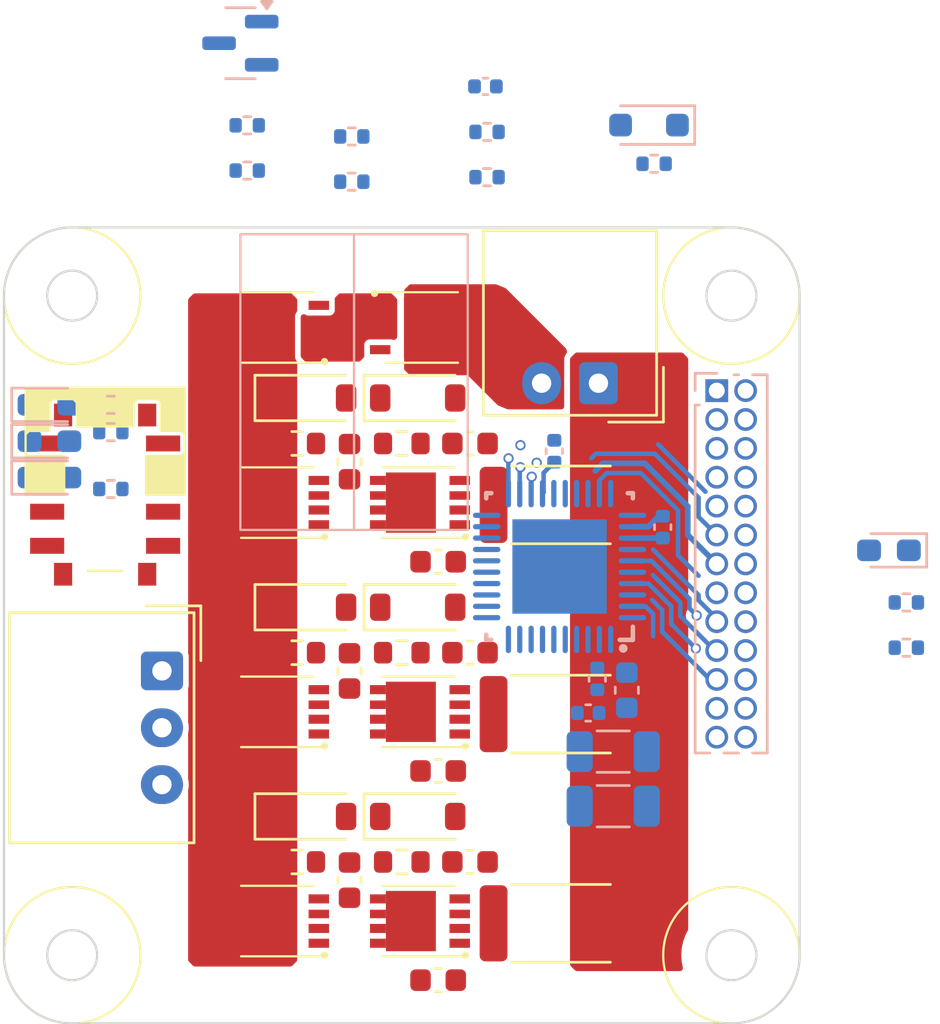
<source format=kicad_pcb>
(kicad_pcb (version 20221018) (generator pcbnew)
  (layers (0 "F.Cu" signal) (1 "In1.Cu" signal) (2 "In2.Cu" signal) (31 "B.Cu" signal) (34 "B.Paste" user) (35 "F.Paste" user) (36 "B.SilkS" user "B.Silkscreen") (37 "F.SilkS" user "F.Silkscreen") (38 "B.Mask" user) (39 "F.Mask" user) (44 "Edge.Cuts" user))
  (net 0 "")
  (net 1 "/Power/S-S")
  (net 2 "Net-(Q6-G)")
  (net 3 "VDD")
  (net 4 "GND")
  (net 5 "Net-(U6-DVDD)")
  (net 6 "Net-(U6-VCP)")
  (net 7 "Net-(U6-CPH)")
  (net 8 "Net-(U6-CPL)")
  (net 9 "+3.3V")
  (net 10 "/MotorDriver/Phase_U")
  (net 11 "Net-(C33-Pad2)")
  (net 12 "/MotorDriver/BridgeA_S")
  (net 13 "Net-(C34-Pad2)")
  (net 14 "/MotorDriver/BridgeB_S")
  (net 15 "/MotorDriver/Phase_V")
  (net 16 "Net-(C37-Pad2)")
  (net 17 "Net-(C38-Pad2)")
  (net 18 "/MotorDriver/BridgeC_S")
  (net 19 "/MotorDriver/Phase_W")
  (net 20 "Net-(C40-Pad2)")
  (net 21 "Net-(C41-Pad2)")
  (net 22 "Net-(D20-A)")
  (net 23 "Net-(D21-A)")
  (net 24 "Net-(D22-A)")
  (net 25 "/Power/24VBAT")
  (net 26 "Net-(Q2-G)")
  (net 27 "/Power/PowerSW")
  (net 28 "Net-(Q5-D)")
  (net 29 "Net-(Q7-G)")
  (net 30 "Net-(Q8-G)")
  (net 31 "Net-(Q9-G)")
  (net 32 "Net-(Q10-G)")
  (net 33 "Net-(Q11-G)")
  (net 34 "Net-(Q12-G)")
  (net 35 "Net-(SW4-A)")
  (net 37 "SOC")
  (net 38 "SOB")
  (net 39 "SOA")
  (net 40 "nFAULT")
  (net 41 "MISO1")
  (net 42 "MOSI1")
  (net 43 "SCLK1")
  (net 44 "CS1_MD")
  (net 45 "ENABLE")
  (net 46 "CAL")
  (net 47 "INA_H")
  (net 48 "INA_L")
  (net 49 "INB_H")
  (net 50 "INB_L")
  (net 51 "INC_H")
  (net 52 "INC_L")
  (net 63 "unconnected-(J4-Pin_11-Pad11)")
  (net 65 "unconnected-(J4-Pin_13-Pad13)")
  (net 69 "unconnected-(J4-Pin_17-Pad17)")
  (net 71 "unconnected-(J4-Pin_19-Pad19)")
  (net 73 "unconnected-(J4-Pin_21-Pad21)")
  (net 79 "Net-(D1-A)")
  (footprint "Resistor_SMD:R_2512_6332Metric" (layer "F.Cu") (at 24.5 21.4 180)
    (fp_text reference "R61" hide)
    (fp_text value "7m" hide)
  )
  (footprint "Capacitor_SMD:C_0603_1608Metric" (layer "F.Cu") (at 20.5 9.5 180)
    (fp_text reference "C41" hide)
    (fp_text value "CR_snub" hide)
  )
  (footprint "Capacitor_SMD:C_0603_1608Metric" (layer "F.Cu") (at 20.5 18.7 180)
    (fp_text reference "C38" hide)
    (fp_text value "CR_snub" hide)
  )
  (footprint "Diode_SMD:D_SOD-123" (layer "F.Cu") (at 13.4 7.5)
    (fp_text reference "D18" hide)
    (fp_text value "SS2040FL" hide)
  )
  (footprint "Capacitor_SMD:C_0603_1608Metric" (layer "F.Cu") (at 15.2 10.3 90)
    (fp_text reference "C40" hide)
    (fp_text value "CR_snub" hide)
  )
  (footprint "Resistor_SMD:R_0603_1608Metric" (layer "F.Cu") (at 12.9 27.9 180)
    (fp_text reference "R67" hide)
    (fp_text value "CR_snub" hide)
  )
  (footprint "Resistor_SMD:R_0603_1608Metric" (layer "F.Cu") (at 17.5 27.9 180)
    (fp_text reference "R68" hide)
    (fp_text value "CR_snub" hide)
  )
  (footprint "MyLibrary:Package_TSON-Advance" (layer "F.Cu") (at 17.9 12.1 90)
    (fp_text reference "Q12" hide)
    (fp_text value "TPN19008QM" hide)
  )
  (footprint "MyLibrary:Package_TSON-Advance" (layer "F.Cu") (at 11.7 30.5 90)
    (fp_text reference "Q10" hide)
    (fp_text value "TPN19008QM" hide)
  )
  (footprint "Capacitor_SMD:C_0603_1608Metric" (layer "F.Cu") (at 15.2 19.5 90)
    (fp_text reference "C37" hide)
    (fp_text value "CR_snub" hide)
  )
  (footprint "Resistor_SMD:R_2512_6332Metric" (layer "F.Cu") (at 24.5 12.2 180)
    (fp_text reference "R66" hide)
    (fp_text value "7m" hide)
  )
  (footprint "Diode_SMD:D_SOD-123" (layer "F.Cu") (at 18.2 16.7)
    (fp_text reference "D17" hide)
    (fp_text value "SS2040FL" hide)
  )
  (footprint "Resistor_SMD:R_0603_1608Metric" (layer "F.Cu") (at 12.9 9.5 180)
    (fp_text reference "R73" hide)
    (fp_text value "CR_snub" hide)
  )
  (footprint "MyLibrary:SW_Slide_SPDT_SSSS820101" (layer "F.Cu") (at 4.45 11.75 -90)
    (fp_text reference "SW4" hide)
    (fp_text value "SW_SPDT" hide)
  )
  (footprint "Diode_SMD:D_SOD-123" (layer "F.Cu") (at 18.2 25.9)
    (fp_text reference "D15" hide)
    (fp_text value "SS2040FL" hide)
  )
  (footprint "Connector_Molex:Molex_SPOX_5268-03A_1x03_P2.50mm_Horizontal" (layer "F.Cu") (at 6.95 19.5 -90)
    (fp_text reference "J6" hide)
    (fp_text value "Conn_01x03_Pin" hide)
  )
  (footprint "MyLibrary:Package_TSON-Advance" (layer "F.Cu") (at 11.7 4.4 90)
    (fp_text reference "Q6" hide)
    (fp_text value "DI035P04PT" hide)
  )
  (footprint "MyLibrary:Package_TSON-Advance" (layer "F.Cu") (at 11.7 21.3 90)
    (fp_text reference "Q9" hide)
    (fp_text value "TPN19008QM" hide)
  )
  (footprint "Capacitor_SMD:C_0603_1608Metric" (layer "F.Cu") (at 20.5 27.9 180)
    (fp_text reference "C34" hide)
    (fp_text value "CR_snub" hide)
  )
  (footprint "Capacitor_SMD:C_0603_1608Metric" (layer "F.Cu") (at 15.2 28.7 90)
    (fp_text reference "C33" hide)
    (fp_text value "CR_snub" hide)
  )
  (footprint "MyLibrary:Package_TSON-Advance" (layer "F.Cu") (at 17.9 21.3 90)
    (fp_text reference "Q8" hide)
    (fp_text value "TPN19008QM" hide)
  )
  (footprint "Capacitor_SMD:C_0603_1608Metric" (layer "F.Cu") (at 19.1 33.1 180)
    (fp_text reference "C35" hide)
    (fp_text value "C_snub" hide)
  )
  (footprint "Diode_SMD:D_SOD-123" (layer "F.Cu") (at 13.4 16.7)
    (fp_text reference "D16" hide)
    (fp_text value "SS2040FL" hide)
  )
  (footprint "Resistor_SMD:R_0603_1608Metric" (layer "F.Cu") (at 17.5 9.5 180)
    (fp_text reference "R74" hide)
    (fp_text value "CR_snub" hide)
  )
  (footprint "Resistor_SMD:R_0603_1608Metric" (layer "F.Cu") (at 12.9 18.7 180)
    (fp_text reference "R70" hide)
    (fp_text value "CR_snub" hide)
  )
  (footprint "Diode_SMD:D_SOD-123" (layer "F.Cu") (at 18.2 7.5)
    (fp_text reference "D19" hide)
    (fp_text value "SS2040FL" hide)
  )
  (footprint "Diode_SMD:D_SOD-123" (layer "F.Cu") (at 13.4 25.9)
    (fp_text reference "D14" hide)
    (fp_text value "SS2040FL" hide)
  )
  (footprint "Resistor_SMD:R_2512_6332Metric" (layer "F.Cu") (at 24.5 30.6 180)
    (fp_text reference "R56" hide)
    (fp_text value "7m" hide)
  )
  (footprint "Capacitor_SMD:C_0603_1608Metric" (layer "F.Cu") (at 19.1 14.7 180)
    (fp_text reference "C39" hide)
    (fp_text value "C_snub" hide)
  )
  (footprint "MyLibrary:Package_TSON-Advance" (layer "F.Cu") (at 11.7 12.1 90)
    (fp_text reference "Q11" hide)
    (fp_text value "TPN19008QM" hide)
  )
  (footprint "Connector_Molex:Molex_SPOX_5268-02A_1x02_P2.50mm_Horizontal" (layer "F.Cu") (at 26.15 6.85 180)
    (fp_text reference "J5" hide)
    (fp_text value "Conn_01x02_Pin" hide)
  )
  (footprint "Resistor_SMD:R_0603_1608Metric" (layer "F.Cu") (at 17.5 18.7 180)
    (fp_text reference "R71" hide)
    (fp_text value "CR_snub" hide)
  )
  (footprint "MyLibrary:Package_TSON-Advance" (layer "F.Cu") (at 17.9 30.5 90)
    (fp_text reference "Q7" hide)
    (fp_text value "TPN19008QM" hide)
  )
  (footprint "Capacitor_SMD:C_0603_1608Metric" (layer "F.Cu") (at 19.1 23.9 180)
    (fp_text reference "C36" hide)
    (fp_text value "C_snub" hide)
  )
  (footprint "MyLibrary:Package_TSON-Advance" (layer "F.Cu") (at 18.7 4.4 -90)
    (fp_text reference "Q2" hide)
    (fp_text value "DI035P04PT" hide)
  )
  (footprint "Capacitor_SMD:C_0402_1005Metric" (layer "B.Cu") (at 28.98 13.18 90)
    (fp_text reference "C26" hide)
    (fp_text value "1uF" hide)
  )
  (footprint "Resistor_SMD:R_0402_1005Metric" (layer "B.Cu") (at 39.695 16.49 180)
    (fp_text reference "R1" hide)
    (fp_text value "1k")
  )
  (footprint "Capacitor_SMD:C_1206_3216Metric" (layer "B.Cu") (at 26.799999 23.05)
    (fp_text reference "C23" hide)
    (fp_text value "10uF" hide)
  )
  (footprint "Resistor_SMD:R_0402_1005Metric" (layer "B.Cu") (at 21.25 -2.21 180)
    (fp_text reference "R29" hide)
    (fp_text value "10k" hide)
  )
  (footprint "Package_TO_SOT_SMD:SOT-23" (layer "B.Cu") (at 10.4 -8.1 180)
    (fp_text reference "Q5" hide)
    (fp_text value "BSS138" hide)
  )
  (footprint "Resistor_SMD:R_0402_1005Metric" (layer "B.Cu") (at 15.3 -2.01 180)
    (fp_text reference "R26" hide)
    (fp_text value "10k" hide)
  )
  (footprint "Capacitor_SMD:C_0603_1608Metric" (layer "B.Cu") (at 27.4 20.35 -90)
    (fp_text reference "C28" hide)
    (fp_text value "47nF" hide)
  )
  (footprint "LED_SMD:LED_0603_1608Metric_Pad1.05x0.95mm_HandSolder" (layer "B.Cu") (at 2 7.8)
    (fp_text reference "D22" hide)
    (fp_text value "Red" hide)
  )
  (footprint "Resistor_SMD:R_0402_1005Metric" (layer "B.Cu") (at 21.25 -4.2 180)
    (fp_text reference "R28" hide)
    (fp_text value "10k" hide)
  )
  (footprint "Resistor_SMD:R_0402_1005Metric" (layer "B.Cu") (at 4.7 9 180)
    (fp_text reference "R72" hide)
    (fp_text value "20k" hide)
  )
  (footprint "LED_SMD:LED_0603_1608Metric_Pad1.05x0.95mm_HandSolder" (layer "B.Cu") (at 38.93 14.2 180)
    (fp_text reference "D1" hide)
    (fp_text value "Red")
  )
  (footprint "LED_SMD:LED_0603_1608Metric_Pad1.05x0.95mm_HandSolder" (layer "B.Cu") (at 2 11)
    (fp_text reference "D20" hide)
    (fp_text value "Red" hide)
  )
  (footprint "Connector_PinSocket_1.27mm:PinSocket_2x13_P1.27mm_Vertical" (layer "B.Cu") (at 31.355 7.175 180)
    (fp_text reference "J4" hide)
    (fp_text value "Conn_02x13_Odd_Even" hide)
  )
  (footprint "Resistor_SMD:R_0402_1005Metric" (layer "B.Cu") (at 15.3 -4 180)
    (fp_text reference "R24" hide)
    (fp_text value "10k" hide)
  )
  (footprint "Diode_SMD:D_SOD-323_HandSoldering" (layer "B.Cu") (at 28.375 -4.5 180)
    (fp_text reference "D5" hide)
    (fp_text value "1N5819WS" hide)
  )
  (footprint "Capacitor_SMD:C_0402_1005Metric" (layer "B.Cu") (at 24.21 9.84 90)
    (fp_text reference "C29" hide)
    (fp_text value "0.1uF" hide)
  )
  (footprint "Resistor_SMD:R_0402_1005Metric" (layer "B.Cu") (at 4.7 7.8 180)
    (fp_text reference "R75" hide)
    (fp_text value "20k" hide)
  )
  (footprint "Resistor_SMD:R_0402_1005Metric" (layer "B.Cu") (at 28.6 -2.8 180)
    (fp_text reference "R30" hide)
    (fp_text value "10k" hide)
  )
  (footprint "LED_SMD:LED_0603_1608Metric_Pad1.05x0.95mm_HandSolder" (layer "B.Cu") (at 2 9.4)
    (fp_text reference "D21" hide)
    (fp_text value "Red" hide)
  )
  (footprint "Resistor_SMD:R_0402_1005Metric" (layer "B.Cu") (at 4.7 11.5 180)
    (fp_text reference "R69" hide)
    (fp_text value "20k" hide)
  )
  (footprint "Capacitor_SMD:C_1206_3216Metric" (layer "B.Cu") (at 26.8 25.45)
    (fp_text reference "C24" hide)
    (fp_text value "10uF" hide)
  )
  (footprint "Capacitor_SMD:C_0402_1005Metric" (layer "B.Cu") (at 25.7 21.350001)
    (fp_text reference "C25" hide)
    (fp_text value "0.1uF" hide)
  )
  (footprint "Resistor_SMD:R_0402_1005Metric" (layer "B.Cu") (at 10.7 -4.49 180)
    (fp_text reference "R18" hide)
    (fp_text value "10k" hide)
  )
  (footprint "Capacitor_SMD:C_0402_1005Metric" (layer "B.Cu") (at 21.18 -6.2 180)
    (fp_text reference "C14" hide)
    (fp_text value "1uF" hide)
  )
  (footprint "Resistor_SMD:R_0402_1005Metric" (layer "B.Cu") (at 10.7 -2.5 180)
    (fp_text reference "R19" hide)
    (fp_text value "10k" hide)
  )
  (footprint "Resistor_SMD:R_0402_1005Metric" (layer "B.Cu") (at 39.695 18.48 180)
    (fp_text reference "R2" hide)
    (fp_text value "10k")
  )
  (footprint "MyLibrary:Driver_FETGate_DRV8323S" (layer "B.Cu") (at 24.44 14.91 90)
    (fp_text reference "U6" hide)
    (fp_text value "Driver_FETGate_DRV8323S" hide)
  )
  (footprint "Capacitor_SMD:C_0402_1005Metric" (layer "B.Cu") (at 26.099999 19.849999 90)
    (fp_text reference "C27" hide)
    (fp_text value "1uF" hide)
  )
  (gr_rect (start 15.4 0.3) (end 20.4 13.3) (stroke (width 0.1)) (fill none) (layer "B.SilkS"))
  (gr_rect (start 10.4 0.3) (end 15.4 13.3) (stroke (width 0.1)) (fill none) (layer "B.SilkS"))
  (gr_circle (center 32 32) (end 35 32) (stroke (width 0.1)) (fill none) (layer "F.SilkS"))
  (gr_circle (center 3 32) (end 6 32) (stroke (width 0.1)) (fill none) (layer "F.SilkS"))
  (gr_circle (center 3 3) (end 6 3) (stroke (width 0.1)) (fill none) (layer "F.SilkS"))
  (gr_circle (center 32 3) (end 35 3) (stroke (width 0.1)) (fill none) (layer "F.SilkS"))
  (gr_line (start 32 35) (end 3 35) (stroke (width 0.1)) (layer "Edge.Cuts"))
  (gr_arc (start 3 35) (mid 0.87868 34.12132) (end 0 32) (stroke (width 0.1)) (layer "Edge.Cuts"))
  (gr_line (start 0 32) (end 0 3) (stroke (width 0.1)) (layer "Edge.Cuts"))
  (gr_circle (center 3 32) (end 4.1 32) (stroke (width 0.1)) (fill none) (layer "Edge.Cuts"))
  (gr_arc (start 35 32) (mid 34.12132 34.12132) (end 32 35) (stroke (width 0.1)) (layer "Edge.Cuts"))
  (gr_circle (center 32 3) (end 33.1 3) (stroke (width 0.1)) (fill none) (layer "Edge.Cuts"))
  (gr_circle (center 32 32) (end 33.1 32) (stroke (width 0.1)) (fill none) (layer "Edge.Cuts"))
  (gr_arc (start 0 3) (mid 0.878679 0.878679) (end 3 0) (stroke (width 0.1)) (layer "Edge.Cuts"))
  (gr_line (start 35 3) (end 35 32) (stroke (width 0.1)) (layer "Edge.Cuts"))
  (gr_arc (start 32 0) (mid 34.12132 0.87868) (end 35 3) (stroke (width 0.1)) (layer "Edge.Cuts"))
  (gr_line (start 3 0) (end 32 0) (stroke (width 0.1)) (layer "Edge.Cuts"))
  (gr_circle (center 3 3) (end 4.1 3) (stroke (width 0.1)) (fill none) (layer "Edge.Cuts"))
  (segment (start 13.85 4.725) (end 15.3 4.725) (width 1) (layer "F.Cu") (net 1))
  (segment (start 15.95 4.075) (end 16.55 4.075) (width 1) (layer "F.Cu") (net 1))
  (segment (start 15.3 4.725) (end 15.95 4.075) (width 1) (layer "F.Cu") (net 1))
  (segment (start 11.7 4.4) (end 11.7 30.5) (width 1) (layer "F.Cu") (net 3))
  (segment (start 27.4625 8.99) (end 27.4625 8.1625) (width 1) (layer "F.Cu") (net 4))
  (segment (start 27.4625 30.6) (end 27.4625 10.22) (width 1) (layer "F.Cu") (net 4))
  (segment (start 27.4625 8.1625) (end 26.15 6.85) (width 1) (layer "F.Cu") (net 4))
  (segment (start 27.4625 10.22) (end 27.4625 8.99) (width 1) (layer "F.Cu") (net 4))
  (via (at 23.433046 10.347913) (size 0.45) (drill 0.3) (layers "F.Cu" "B.Cu") (net 4))
  (via (at 22.720065 9.575968) (size 0.45) (drill 0.3) (layers "F.Cu" "B.Cu") (net 4))
  (segment (start 27.645 13.160001) (end 28.348509 13.160001) (width 0.25) (layer "B.Cu") (net 4))
  (segment (start 28.80851 12.7) (end 28.98 12.7) (width 0.25) (layer "B.Cu") (net 4))
  (segment (start 28.348509 13.160001) (end 28.80851 12.7) (width 0.25) (layer "B.Cu") (net 4))
  (segment (start 27.645 13.66) (end 28.98 13.66) (width 0.25) (layer "B.Cu") (net 5))
  (segment (start 23.690002 11.705) (end 23.740001 11.655001) (width 0.2) (layer "B.Cu") (net 9))
  (segment (start 23.740001 11.655001) (end 23.740001 10.789999) (width 0.2) (layer "B.Cu") (net 9))
  (segment (start 23.740001 10.789999) (end 24.21 10.32) (width 0.2) (layer "B.Cu") (net 9))
  (segment (start 21.2 4.4) (end 23.65 6.85) (width 1) (layer "F.Cu") (net 25))
  (segment (start 18.7 4.4) (end 21.2 4.4) (width 1) (layer "F.Cu") (net 25))
  (via (at 22.195793 10.155264) (size 0.45) (drill 0.3) (layers "F.Cu" "B.Cu") (net 37))
  (segment (start 22.195793 10.155264) (end 22.189999 10.161058) (width 0.2) (layer "B.Cu") (net 37))
  (segment (start 22.189999 10.161058) (end 22.189999 11.705) (width 0.2) (layer "B.Cu") (net 37))
  (via (at 22.714999 10.546325) (size 0.45) (drill 0.3) (layers "F.Cu" "B.Cu") (net 38))
  (segment (start 22.690001 10.571323) (end 22.690001 11.705) (width 0.2) (layer "B.Cu") (net 38))
  (segment (start 22.714999 10.546325) (end 22.690001 10.571323) (width 0.2) (layer "B.Cu") (net 38))
  (via (at 23.215001 10.960253) (size 0.45) (drill 0.3) (layers "F.Cu" "B.Cu") (net 39))
  (segment (start 23.215001 10.960253) (end 23.19 10.985254) (width 0.2) (layer "B.Cu") (net 39))
  (segment (start 23.19 10.985254) (end 23.19 11.705) (width 0.2) (layer "B.Cu") (net 39))
  (segment (start 28.778629 9.54) (end 30.858629 11.62) (width 0.2) (layer "B.Cu") (net 41))
  (segment (start 29.655 14.415685) (end 30.555 15.315685) (width 0.2) (layer "B.Cu") (net 44))
  (segment (start 26.190002 11.1281) (end 26.518102 10.8) (width 0.2) (layer "B.Cu") (net 44))
  (segment (start 26.518102 10.8) (end 28.016134 10.8) (width 0.2) (layer "B.Cu") (net 44))
  (segment (start 26.190002 11.705) (end 26.190002 11.1281) (width 0.2) (layer "B.Cu") (net 44))
  (segment (start 29.655 12.438866) (end 29.655 14.415685) (width 0.2) (layer "B.Cu") (net 44))
  (segment (start 28.016134 10.8) (end 29.655 12.438866) (width 0.2) (layer "B.Cu") (net 44))
  (via (at 30.471041 17.062517) (size 0.45) (drill 0.3) (layers "F.Cu" "B.Cu") (net 48))
  (segment (start 30.471041 17.062517) (end 30.155 16.746476) (width 0.2) (layer "B.Cu") (net 48))
  (segment (start 30.155 16.330361) (end 28.484639 14.66) (width 0.2) (layer "B.Cu") (net 48))
  (segment (start 28.484639 14.66) (end 27.645 14.66) (width 0.2) (layer "B.Cu") (net 48))
  (segment (start 30.155 16.746476) (end 30.155 16.330361) (width 0.2) (layer "B.Cu") (net 48))
  (via (at 30.434586 18.512981) (size 0.45) (drill 0.3) (layers "F.Cu" "B.Cu") (net 50))
  (segment (start 28.35327 15.660001) (end 29.355 16.661731) (width 0.2) (layer "B.Cu") (net 50))
  (segment (start 29.355 17.433395) (end 30.434586 18.512981) (width 0.2) (layer "B.Cu") (net 50))
  (segment (start 29.355 16.661731) (end 29.355 17.433395) (width 0.2) (layer "B.Cu") (net 50))
  (segment (start 27.645 15.660001) (end 28.35327 15.660001) (width 0.2) (layer "B.Cu") (net 50))
  (segment (start 27.645 16.660002) (end 28.2219 16.660002) (width 0.2) (layer "B.Cu") (net 52))
  (segment (start 28.555 16.993102) (end 28.555 17.97) (width 0.2) (layer "B.Cu") (net 52))
  (segment (start 28.2219 16.660002) (end 28.555 16.993102) (width 0.2) (layer "B.Cu") (net 52))
  (segment (start 28.622943 9.95) (end 26.04 9.95) (width 0.2) (layer "B.Cu") (net 63))
  (segment (start 26.04 9.95) (end 25.84 10.15) (width 0.2) (layer "B.Cu") (net 63))
  (segment (start 30.555 11.882057) (end 28.622943 9.95) (width 0.2) (layer "B.Cu") (net 63))
  (segment (start 30.555 12.725) (end 30.555 11.882057) (width 0.2) (layer "B.Cu") (net 63))
  (segment (start 31.355 13.525) (end 30.555 12.725) (width 0.2) (layer "B.Cu") (net 63))
  (segment (start 26.342061 10.375) (end 26.013961 10.7031) (width 0.25) (layer "B.Cu") (net 65))
  (segment (start 30.08 12.262826) (end 28.192175 10.375) (width 0.25) (layer "B.Cu") (net 65))
  (segment (start 28.192175 10.375) (end 26.342061 10.375) (width 0.25) (layer "B.Cu") (net 65))
  (segment (start 30.08 13.52) (end 30.08 12.262826) (width 0.25) (layer "B.Cu") (net 65))
  (segment (start 31.355 14.795) (end 30.08 13.52) (width 0.25) (layer "B.Cu") (net 65))
  (segment (start 30.555 16.164675) (end 28.556459 14.166134) (width 0.2) (layer "B.Cu") (net 69))
  (segment (start 30.555 16.396371) (end 30.555 16.164675) (width 0.2) (layer "B.Cu") (net 69))
  (segment (start 31.355 17.196371) (end 30.555 16.396371) (width 0.2) (layer "B.Cu") (net 69))
  (segment (start 31.355 17.335) (end 31.355 17.196371) (width 0.2) (layer "B.Cu") (net 69))
  (segment (start 29.755 17.088939) (end 29.755 16.496045) (width 0.2) (layer "B.Cu") (net 71))
  (segment (start 29.755 16.496045) (end 28.55 15.291045) (width 0.2) (layer "B.Cu") (net 71))
  (segment (start 31.271061 18.605) (end 29.755 17.088939) (width 0.2) (layer "B.Cu") (net 71))
  (segment (start 31.355 18.605) (end 31.271061 18.605) (width 0.2) (layer "B.Cu") (net 71))
  (segment (start 28.955 16.827417) (end 28.504741 16.377158) (width 0.2) (layer "B.Cu") (net 73))
  (segment (start 31.054142 19.875) (end 28.955 17.775858) (width 0.2) (layer "B.Cu") (net 73))
  (segment (start 31.355 19.875) (end 31.054142 19.875) (width 0.2) (layer "B.Cu") (net 73))
  (segment (start 28.955 17.775858) (end 28.955 16.827417) (width 0.2) (layer "B.Cu") (net 73))
  (zone (net 3) (net_name "VDD") (layer "F.Cu") (priority 1) (connect_pads yes (clearance 0.25)) (min_thickness 0.25) (fill yes (thermal_gap 0.5) (thermal_bridge_width 0.5) (smoothing chamfer) (radius 0.25))
    (polygon (pts (xy 12.9 2.9) (xy 8.1 2.9) (xy 8.1 32.5) (xy 12.9 32.5)))
  )
  (zone (net 25) (net_name "/Power/24VBAT") (layer "F.Cu") (connect_pads yes (clearance 0.25)) (min_thickness 0.25) (fill yes (thermal_gap 0.5) (thermal_bridge_width 0.5) (smoothing chamfer) (radius 0.25))
    (polygon (pts (xy 24.9 8) (xy 24.9 5.5) (xy 21.9 2.5) (xy 17.6 2.5) (xy 17.6 6.5) (xy 20.4 6.5) (xy 21.9 8)))
  )
  (zone (net 4) (net_name "GND") (layer "F.Cu") (priority 3) (connect_pads yes (clearance 0.25)) (min_thickness 0.25) (fill yes (thermal_gap 0.5) (thermal_bridge_width 0.5) (smoothing chamfer) (radius 0.25))
    (polygon (pts (xy 24.9 5.5) (xy 24.9 32.7) (xy 30.1 32.7) (xy 30.1 5.5)))
  )
  (zone (net 1) (net_name "/Power/S-S") (layer "F.Cu") (priority 2) (connect_pads yes (clearance 0.25)) (min_thickness 0.25) (fill yes (thermal_gap 0.5) (thermal_bridge_width 0.5) (smoothing chamfer) (radius 0.25))
    (polygon (pts (xy 17.3 2.9) (xy 14.5 2.9) (xy 14.5 3.7) (xy 13 3.7) (xy 13 5.9) (xy 15.9 5.9) (xy 15.9 5.1) (xy 17.3 5.1)))
  )
)
</source>
